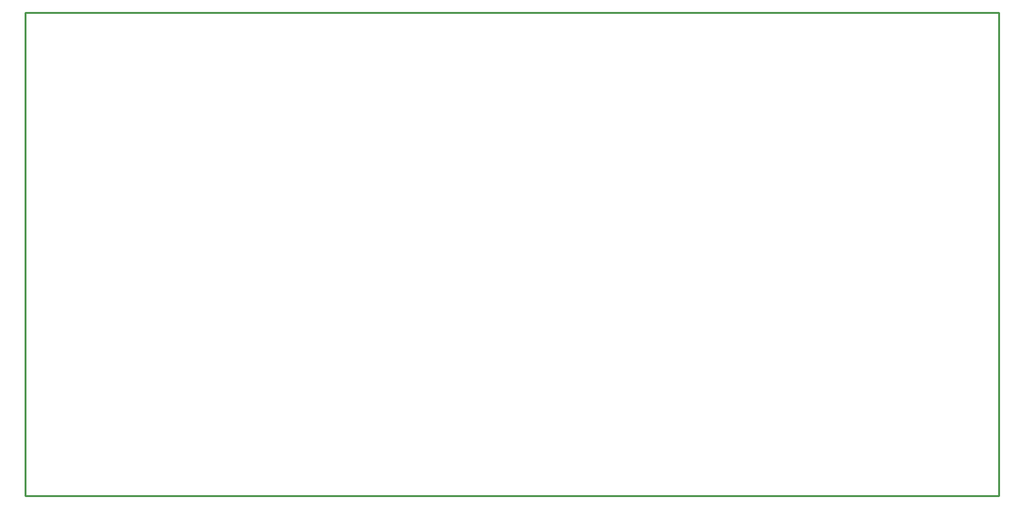
<source format=gko>
G04 Layer: BoardOutlineLayer*
G04 EasyEDA v6.5.15, 2023-07-15 19:13:26*
G04 7a4bf17ae9984c6ea0cf7d4767ac866e,10*
G04 Gerber Generator version 0.2*
G04 Scale: 100 percent, Rotated: No, Reflected: No *
G04 Dimensions in millimeters *
G04 leading zeros omitted , absolute positions ,4 integer and 5 decimal *
%FSLAX45Y45*%
%MOMM*%

%ADD10C,0.2540*%
D10*
X9728200Y-6235700D02*
G01*
X9728197Y-6235700D01*
X-215902Y-6235700D01*
X-215902Y-1092200D01*
X-215902Y266700D01*
X-215902Y266700D02*
G01*
X2895600Y266700D01*
X2895600Y266700D02*
G01*
X2895600Y266700D01*
X2908300Y266700D01*
X12865100Y266700D01*
X12865100Y-6235700D01*
X9728200Y-6235700D02*
G01*
X12865100Y-6235700D01*

%LPD*%
M02*

</source>
